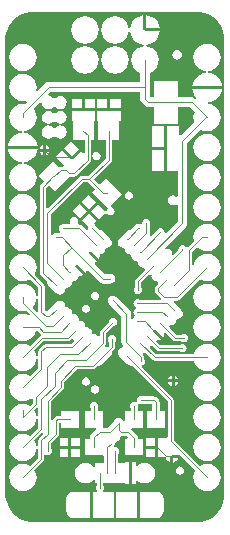
<source format=gtl>
G04*
G04 #@! TF.GenerationSoftware,Altium Limited,Altium Designer,19.1.8 (144)*
G04*
G04 Layer_Physical_Order=1*
G04 Layer_Color=255*
%FSLAX44Y44*%
%MOMM*%
G71*
G01*
G75*
G36*
X162160Y423854D02*
X166321Y422131D01*
X170065Y419629D01*
X173249Y416445D01*
X175751Y412701D01*
X177474Y408540D01*
X178353Y404124D01*
Y401872D01*
Y15792D01*
Y13541D01*
X177474Y9125D01*
X175751Y4964D01*
X173249Y1220D01*
X170065Y-1964D01*
X166321Y-4466D01*
X162160Y-6189D01*
X157744Y-7067D01*
X17062D01*
X14686Y-7067D01*
X10024Y-6140D01*
X5633Y-4321D01*
X1681Y-1681D01*
X-1681Y1681D01*
X-4321Y5633D01*
X-6140Y10024D01*
X-7067Y14686D01*
Y17062D01*
X-7067D01*
Y401872D01*
Y404124D01*
X-6189Y408540D01*
X-4466Y412701D01*
X-1964Y416445D01*
X1220Y419629D01*
X4964Y422131D01*
X9125Y423854D01*
X13541Y424733D01*
X157744D01*
X162160Y423854D01*
D02*
G37*
%LPC*%
G36*
X112312Y422228D02*
Y411017D01*
X123524D01*
X123260Y413020D01*
X121996Y416071D01*
X119986Y418690D01*
X117367Y420700D01*
X114316Y421964D01*
X112312Y422228D01*
D02*
G37*
G36*
X109773D02*
X107769Y421964D01*
X104718Y420700D01*
X102099Y418690D01*
X100089Y416071D01*
X98825Y413020D01*
X98484Y410431D01*
X98471Y410326D01*
X97190D01*
X97176Y410431D01*
X96870Y412755D01*
X95709Y415558D01*
X93862Y417966D01*
X91454Y419813D01*
X88651Y420974D01*
X85642Y421370D01*
X82634Y420974D01*
X79831Y419813D01*
X77424Y417966D01*
X75576Y415558D01*
X74415Y412755D01*
X74019Y409747D01*
X74415Y406738D01*
X75576Y403935D01*
X77424Y401527D01*
X79831Y399680D01*
X82634Y398519D01*
X85642Y398123D01*
X88651Y398519D01*
X91454Y399680D01*
X93862Y401527D01*
X95709Y403935D01*
X96870Y406738D01*
X97176Y409062D01*
X97190Y409167D01*
X98471D01*
X98484Y409062D01*
X98825Y406473D01*
X100089Y403422D01*
X102099Y400803D01*
X104718Y398793D01*
X107769Y397529D01*
X110358Y397188D01*
X110463Y397175D01*
Y395894D01*
X110358Y395880D01*
X108034Y395574D01*
X105231Y394413D01*
X102823Y392565D01*
X100976Y390158D01*
X99815Y387355D01*
X99419Y384347D01*
X99815Y381338D01*
X100976Y378535D01*
X102823Y376128D01*
X105231Y374280D01*
X106899Y373589D01*
Y365673D01*
X29678D01*
X28093Y365358D01*
X26748Y364460D01*
X20154Y357865D01*
X18951Y358459D01*
X19288Y361016D01*
X18892Y364025D01*
X17731Y366828D01*
X15884Y369235D01*
X13476Y371082D01*
X10673Y372243D01*
X7664Y372640D01*
X4656Y372243D01*
X1853Y371082D01*
X-554Y369235D01*
X-2402Y366828D01*
X-3563Y364025D01*
X-3959Y361016D01*
X-3563Y358008D01*
X-2402Y355204D01*
X-554Y352797D01*
X1853Y350950D01*
X4656Y349789D01*
X7664Y349393D01*
X10222Y349729D01*
X10815Y348526D01*
X9312Y347023D01*
X7664Y347239D01*
X4656Y346843D01*
X1853Y345682D01*
X-554Y343835D01*
X-2402Y341428D01*
X-3563Y338624D01*
X-3959Y335616D01*
X-3563Y332608D01*
X-2402Y329804D01*
X-554Y327397D01*
X1853Y325550D01*
X4656Y324389D01*
X6980Y324083D01*
X7085Y324069D01*
Y322788D01*
X6980Y322774D01*
X4391Y322433D01*
X1340Y321170D01*
X-1279Y319160D01*
X-3289Y316540D01*
X-4553Y313490D01*
X-4816Y311486D01*
X7664D01*
X20145D01*
X19882Y313490D01*
X18618Y316540D01*
X16608Y319160D01*
X13989Y321170D01*
X10938Y322433D01*
X8349Y322774D01*
X8244Y322788D01*
Y324069D01*
X8349Y324083D01*
X10673Y324389D01*
X13476Y325550D01*
X15884Y327397D01*
X17731Y329804D01*
X18892Y332608D01*
X19288Y335616D01*
X18892Y338624D01*
X17731Y341428D01*
X16735Y342726D01*
X22532Y348523D01*
X23765Y347960D01*
X24119Y346177D01*
X25340Y344350D01*
X27167Y343129D01*
X29323Y342700D01*
X31478Y343129D01*
X33305Y344350D01*
X33688Y344922D01*
X34958D01*
X35340Y344350D01*
X37167Y343129D01*
X39323Y342700D01*
X41478Y343129D01*
X43305Y344350D01*
X44526Y346177D01*
X44955Y348332D01*
X44526Y350488D01*
X43305Y352315D01*
X41478Y353536D01*
X39323Y353965D01*
X37167Y353536D01*
X35340Y352315D01*
X34958Y351743D01*
X33688D01*
X33305Y352315D01*
X31478Y353536D01*
X29695Y353890D01*
X29131Y355123D01*
X31395Y357386D01*
X106899D01*
Y351508D01*
X107214Y349923D01*
X108112Y348578D01*
X111088Y345602D01*
X112433Y344704D01*
X114018Y344389D01*
X118408D01*
Y330499D01*
X139236D01*
Y344389D01*
X148988D01*
X153084Y340293D01*
X152393Y338624D01*
X151997Y335616D01*
X152393Y332608D01*
X152781Y331673D01*
X141426Y320318D01*
X140253Y320804D01*
Y328063D01*
X130092D01*
Y309013D01*
Y289963D01*
X138649D01*
Y269111D01*
X138173Y268792D01*
X137379Y268549D01*
X136250Y269303D01*
X134664Y269618D01*
X133079Y269303D01*
X131735Y268405D01*
X130836Y267060D01*
X130521Y265474D01*
X130836Y263889D01*
X131735Y262544D01*
X133079Y261646D01*
X134664Y261331D01*
X136250Y261646D01*
X137379Y262400D01*
X138173Y262157D01*
X138649Y261838D01*
Y247701D01*
X128853Y237906D01*
X127676Y238498D01*
X127410Y239836D01*
X126652Y240970D01*
X125518Y241728D01*
X124180Y241994D01*
X122842Y241728D01*
X121708Y240970D01*
X116038Y235300D01*
X115051Y236110D01*
X115441Y236693D01*
X115707Y238031D01*
Y246535D01*
X115441Y247873D01*
X114683Y249007D01*
X113549Y249765D01*
X112211Y250031D01*
X110873Y249765D01*
X109739Y249007D01*
X108981Y247873D01*
X108715Y246535D01*
Y245896D01*
X107445Y245217D01*
X107168Y245403D01*
X105830Y245669D01*
X105441D01*
X105441Y245669D01*
X104103Y245403D01*
X102969Y244645D01*
X99025Y240700D01*
X97587Y240414D01*
X96173Y239470D01*
X89455Y232752D01*
X88511Y231338D01*
X88179Y229671D01*
X88511Y228003D01*
X89455Y226589D01*
X90869Y225645D01*
X92537Y225313D01*
X93038Y225413D01*
X93936Y224515D01*
X93836Y224014D01*
X94168Y222346D01*
X95112Y220932D01*
X96526Y219988D01*
X98194Y219656D01*
X98694Y219755D01*
X99592Y218857D01*
X99493Y218357D01*
X99824Y216689D01*
X100769Y215276D01*
X102183Y214331D01*
X103850Y213999D01*
X104351Y214099D01*
X105249Y213201D01*
X105150Y212700D01*
X105482Y211032D01*
X106426Y209619D01*
X107840Y208674D01*
X109508Y208342D01*
X109806Y208402D01*
X110777Y207545D01*
X110783Y206325D01*
X103195Y198737D01*
X102634Y197897D01*
X102437Y196906D01*
Y192079D01*
X101797Y191120D01*
X101531Y189783D01*
X101797Y188445D01*
X102555Y187310D01*
X103689Y186552D01*
X105027Y186286D01*
X106365Y186552D01*
X107499Y187310D01*
X108257Y188445D01*
X108523Y189783D01*
X108257Y191120D01*
X107616Y192079D01*
Y195833D01*
X114584Y202801D01*
X115164Y202686D01*
X115665Y202785D01*
X116563Y201887D01*
X116463Y201386D01*
X116795Y199719D01*
X117740Y198305D01*
X119153Y197360D01*
X120821Y197029D01*
X121120Y197088D01*
X122091Y196231D01*
X122097Y195011D01*
X120068Y192982D01*
X119506Y192142D01*
X119309Y191151D01*
Y188553D01*
X119506Y187562D01*
X120068Y186722D01*
X124578Y182212D01*
X124051Y180942D01*
X106989D01*
X106030Y181583D01*
X104692Y181849D01*
X103355Y181583D01*
X102220Y180825D01*
X101462Y179690D01*
X101196Y178353D01*
X101462Y177015D01*
X102220Y175880D01*
X103199Y175226D01*
X103283Y174543D01*
X103199Y173859D01*
X102220Y173205D01*
X101462Y172070D01*
X101196Y170732D01*
X101462Y169395D01*
X102220Y168260D01*
X102165Y166770D01*
X101488Y166317D01*
X100505Y164847D01*
X100502Y164832D01*
X99232Y164957D01*
Y169477D01*
X99232Y169477D01*
X98917Y171063D01*
X98019Y172407D01*
X86795Y183631D01*
X85450Y184530D01*
X83864Y184845D01*
X82279Y184530D01*
X80934Y183631D01*
X80036Y182287D01*
X79721Y180702D01*
X80036Y179116D01*
X80934Y177771D01*
X90945Y167761D01*
Y145562D01*
X91260Y143976D01*
X92159Y142632D01*
X92554Y142237D01*
X92048Y140947D01*
X90869Y140712D01*
X89455Y139768D01*
X88511Y138354D01*
X88179Y136686D01*
X88511Y135019D01*
X89455Y133605D01*
X96173Y126887D01*
X97587Y125943D01*
X99254Y125611D01*
X99834Y125726D01*
X130117Y95443D01*
Y65497D01*
X129230Y64594D01*
X128847Y64594D01*
X121711D01*
Y56554D01*
Y48514D01*
X128551D01*
X128723Y48305D01*
X129117Y46322D01*
X130240Y44642D01*
X131920Y43519D01*
X132633Y43378D01*
Y48305D01*
X133903D01*
Y49574D01*
X138829D01*
X138688Y50287D01*
X138680Y50298D01*
X139667Y51107D01*
X153811Y36963D01*
X153554Y36628D01*
X152393Y33825D01*
X151997Y30816D01*
X152393Y27808D01*
X153554Y25004D01*
X155401Y22597D01*
X157809Y20750D01*
X160612Y19589D01*
X163620Y19193D01*
X166629Y19589D01*
X169432Y20750D01*
X171840Y22597D01*
X173687Y25004D01*
X174848Y27808D01*
X175244Y30816D01*
X174848Y33825D01*
X173687Y36628D01*
X171840Y39035D01*
X169432Y40882D01*
X166629Y42043D01*
X163620Y42439D01*
X160612Y42043D01*
X157809Y40882D01*
X157474Y40625D01*
X135297Y62802D01*
Y96516D01*
X135100Y97507D01*
X134538Y98348D01*
X108477Y124409D01*
X108895Y125787D01*
X109205Y125849D01*
X110340Y126606D01*
X111098Y127741D01*
X111364Y129079D01*
X111098Y130416D01*
X110340Y131551D01*
X110117Y131699D01*
Y133009D01*
X109920Y134000D01*
X109359Y134840D01*
X109154Y135045D01*
X109269Y135626D01*
X109210Y135925D01*
X110067Y136895D01*
X111287Y136901D01*
X117603Y130585D01*
X118443Y130023D01*
X119434Y129826D01*
X152338D01*
X152393Y129408D01*
X153554Y126604D01*
X155401Y124197D01*
X157809Y122350D01*
X160612Y121189D01*
X163620Y120793D01*
X166629Y121189D01*
X169432Y122350D01*
X171840Y124197D01*
X173687Y126604D01*
X174848Y129408D01*
X175244Y132416D01*
X174848Y135424D01*
X173687Y138228D01*
X171840Y140635D01*
X169432Y142482D01*
X166629Y143644D01*
X163620Y144039D01*
X160612Y143644D01*
X157809Y142482D01*
X155401Y140635D01*
X153554Y138228D01*
X152393Y135424D01*
X152338Y135006D01*
X120507D01*
X114810Y140702D01*
X114926Y141282D01*
X114866Y141582D01*
X115723Y142553D01*
X116943Y142559D01*
X121081Y138421D01*
X121921Y137860D01*
X122912Y137663D01*
X140496D01*
X141455Y137022D01*
X142793Y136756D01*
X144130Y137022D01*
X145265Y137780D01*
X146023Y138915D01*
X146289Y140253D01*
X146023Y141590D01*
X145265Y142725D01*
X144130Y143483D01*
X142793Y143749D01*
X141455Y143483D01*
X140496Y142842D01*
X123985D01*
X120681Y146146D01*
X121145Y147349D01*
X121882Y147202D01*
X123946Y147613D01*
X124619Y148063D01*
X117625Y155057D01*
X119421Y156853D01*
X126415Y149859D01*
X126865Y150532D01*
X127275Y152596D01*
X127128Y153336D01*
X128331Y153798D01*
X134915Y147214D01*
X135755Y146653D01*
X136746Y146456D01*
X141749D01*
X142708Y145816D01*
X144046Y145550D01*
X145384Y145816D01*
X146518Y146574D01*
X147276Y147708D01*
X147542Y149046D01*
X147276Y150384D01*
X146518Y151518D01*
X145384Y152276D01*
X144046Y152542D01*
X142708Y152276D01*
X141749Y151636D01*
X137819D01*
X131781Y157673D01*
X131896Y158253D01*
X131797Y158753D01*
X132695Y159651D01*
X133195Y159552D01*
X134863Y159884D01*
X136277Y160828D01*
X137221Y162242D01*
X137553Y163910D01*
X137453Y164411D01*
X138351Y165309D01*
X138852Y165209D01*
X140520Y165541D01*
X141934Y166485D01*
X142878Y167899D01*
X143210Y169567D01*
X142878Y171234D01*
X141934Y172648D01*
X135225Y179356D01*
X135226Y179396D01*
X135615Y180626D01*
X138221D01*
X139212Y180823D01*
X140052Y181385D01*
X157474Y198807D01*
X157809Y198550D01*
X160612Y197389D01*
X163620Y196993D01*
X166629Y197389D01*
X169432Y198550D01*
X171840Y200397D01*
X173687Y202804D01*
X174848Y205608D01*
X175244Y208616D01*
X174848Y211625D01*
X173687Y214428D01*
X171840Y216835D01*
X169432Y218682D01*
X166629Y219844D01*
X163620Y220240D01*
X160612Y219844D01*
X157809Y218682D01*
X155401Y216835D01*
X153554Y214428D01*
X152393Y211625D01*
X152113Y209499D01*
X150843Y209582D01*
Y221968D01*
X154717Y225842D01*
X155401Y225797D01*
X157809Y223950D01*
X160612Y222789D01*
X163620Y222393D01*
X166629Y222789D01*
X169432Y223950D01*
X171840Y225797D01*
X173687Y228204D01*
X174848Y231008D01*
X175244Y234016D01*
X174848Y237024D01*
X173687Y239828D01*
X171840Y242235D01*
X169432Y244082D01*
X166629Y245243D01*
X163620Y245639D01*
X160612Y245243D01*
X157809Y244082D01*
X155401Y242235D01*
X153554Y239828D01*
X152393Y237024D01*
X151997Y234016D01*
X152393Y231008D01*
X152442Y230891D01*
X147234Y225683D01*
X147066Y225642D01*
X145668Y225914D01*
X145265Y226518D01*
X144130Y227276D01*
X142793Y227542D01*
X141455Y227276D01*
X140320Y226518D01*
X139563Y225384D01*
X139296Y224046D01*
X139354Y223753D01*
X135131Y219530D01*
X133961Y220156D01*
X133982Y220263D01*
X133667Y221848D01*
X132768Y223193D01*
X131424Y224091D01*
X129838Y224406D01*
X128629Y224165D01*
X128001Y225334D01*
X145723Y243055D01*
X146621Y244399D01*
X146936Y245985D01*
Y314108D01*
X158211Y325383D01*
X160612Y324389D01*
X163620Y323993D01*
X166629Y324389D01*
X169432Y325550D01*
X171840Y327397D01*
X173687Y329804D01*
X174848Y332608D01*
X175244Y335616D01*
X174848Y338624D01*
X173687Y341428D01*
X171840Y343835D01*
X169432Y345682D01*
X166629Y346843D01*
X164305Y347149D01*
X164200Y347163D01*
Y348444D01*
X164305Y348458D01*
X166894Y348799D01*
X169945Y350062D01*
X172564Y352072D01*
X174574Y354692D01*
X175838Y357743D01*
X176101Y359746D01*
X163620D01*
X151139D01*
X151403Y357743D01*
X152667Y354692D01*
X154329Y352525D01*
X153449Y351586D01*
X152290Y352361D01*
X150704Y352676D01*
X139236D01*
Y366567D01*
X118408D01*
Y352676D01*
X115735D01*
X115186Y353225D01*
Y361530D01*
Y373589D01*
X116854Y374280D01*
X119262Y376128D01*
X121109Y378535D01*
X122270Y381338D01*
X122666Y384347D01*
X122270Y387355D01*
X121109Y390158D01*
X119262Y392565D01*
X116854Y394413D01*
X114051Y395574D01*
X111727Y395880D01*
X111622Y395894D01*
Y397175D01*
X111727Y397188D01*
X114316Y397529D01*
X117367Y398793D01*
X119986Y400803D01*
X121996Y403422D01*
X123260Y406473D01*
X123524Y408476D01*
X111042D01*
Y409747D01*
X109773D01*
Y422228D01*
D02*
G37*
G36*
X60243Y421370D02*
X57234Y420974D01*
X54431Y419813D01*
X52024Y417966D01*
X50176Y415558D01*
X49015Y412755D01*
X48619Y409747D01*
X49015Y406738D01*
X50176Y403935D01*
X52024Y401527D01*
X54431Y399680D01*
X57234Y398519D01*
X60243Y398123D01*
X63251Y398519D01*
X66054Y399680D01*
X68461Y401527D01*
X70309Y403935D01*
X71470Y406738D01*
X71866Y409747D01*
X71470Y412755D01*
X70309Y415558D01*
X68461Y417966D01*
X66054Y419813D01*
X63251Y420974D01*
X60243Y421370D01*
D02*
G37*
G36*
X138177Y392931D02*
X136591Y392616D01*
X135247Y391718D01*
X134349Y390373D01*
X134033Y388788D01*
X134349Y387202D01*
X135247Y385858D01*
X136591Y384959D01*
X138177Y384644D01*
X139763Y384959D01*
X141107Y385858D01*
X142005Y387202D01*
X142321Y388788D01*
X142005Y390373D01*
X141107Y391718D01*
X139763Y392616D01*
X138177Y392931D01*
D02*
G37*
G36*
X7664Y398040D02*
X4656Y397644D01*
X1853Y396482D01*
X-554Y394635D01*
X-2402Y392228D01*
X-3563Y389425D01*
X-3959Y386416D01*
X-3563Y383408D01*
X-2402Y380604D01*
X-554Y378197D01*
X1853Y376350D01*
X4656Y375189D01*
X7664Y374793D01*
X10673Y375189D01*
X13476Y376350D01*
X15884Y378197D01*
X17731Y380604D01*
X18892Y383408D01*
X19288Y386416D01*
X18892Y389425D01*
X17731Y392228D01*
X15884Y394635D01*
X13476Y396482D01*
X10673Y397644D01*
X7664Y398040D01*
D02*
G37*
G36*
X85642Y395970D02*
X82634Y395574D01*
X79831Y394413D01*
X77424Y392565D01*
X75576Y390158D01*
X74415Y387355D01*
X74019Y384347D01*
X74415Y381338D01*
X75576Y378535D01*
X77424Y376128D01*
X79831Y374280D01*
X82634Y373119D01*
X85642Y372723D01*
X88651Y373119D01*
X91454Y374280D01*
X93862Y376128D01*
X95709Y378535D01*
X96870Y381338D01*
X97266Y384347D01*
X96870Y387355D01*
X95709Y390158D01*
X93862Y392565D01*
X91454Y394413D01*
X88651Y395574D01*
X85642Y395970D01*
D02*
G37*
G36*
X60243D02*
X57234Y395574D01*
X54431Y394413D01*
X52024Y392565D01*
X50176Y390158D01*
X49015Y387355D01*
X48619Y384347D01*
X49015Y381338D01*
X50176Y378535D01*
X52024Y376128D01*
X54431Y374280D01*
X57234Y373119D01*
X60243Y372723D01*
X63251Y373119D01*
X66054Y374280D01*
X68461Y376128D01*
X70309Y378535D01*
X71470Y381338D01*
X71866Y384347D01*
X71470Y387355D01*
X70309Y390158D01*
X68461Y392565D01*
X66054Y394413D01*
X63251Y395574D01*
X60243Y395970D01*
D02*
G37*
G36*
X163620Y398040D02*
X160612Y397644D01*
X157809Y396482D01*
X155401Y394635D01*
X153554Y392228D01*
X152393Y389425D01*
X151997Y386416D01*
X152393Y383408D01*
X153554Y380604D01*
X155401Y378197D01*
X157809Y376350D01*
X160612Y375189D01*
X162936Y374883D01*
X163041Y374869D01*
Y373588D01*
X162936Y373574D01*
X160347Y373233D01*
X157296Y371970D01*
X154677Y369960D01*
X152667Y367340D01*
X151403Y364290D01*
X151139Y362286D01*
X163620D01*
X176101D01*
X175838Y364290D01*
X174574Y367340D01*
X172564Y369960D01*
X169945Y371970D01*
X166894Y373233D01*
X164305Y373574D01*
X164200Y373588D01*
Y374869D01*
X164305Y374883D01*
X166629Y375189D01*
X169432Y376350D01*
X171840Y378197D01*
X173687Y380604D01*
X174848Y383408D01*
X175244Y386416D01*
X174848Y389425D01*
X173687Y392228D01*
X171840Y394635D01*
X169432Y396482D01*
X166629Y397644D01*
X163620Y398040D01*
D02*
G37*
G36*
X90460Y351082D02*
X81690D01*
Y343312D01*
X90460D01*
Y351082D01*
D02*
G37*
G36*
X79150D02*
X70380D01*
Y343312D01*
X79150D01*
Y351082D01*
D02*
G37*
G36*
X69012D02*
X60243D01*
Y343312D01*
X69012D01*
Y351082D01*
D02*
G37*
G36*
X57702D02*
X48932D01*
Y343312D01*
X57702D01*
Y351082D01*
D02*
G37*
G36*
X39323Y341465D02*
X37167Y341036D01*
X35340Y339815D01*
X34958Y339243D01*
X33688D01*
X33305Y339815D01*
X31478Y341036D01*
X29323Y341465D01*
X27167Y341036D01*
X25340Y339815D01*
X24119Y337988D01*
X23690Y335832D01*
X24119Y333677D01*
X25340Y331850D01*
X27167Y330629D01*
X29323Y330200D01*
X31478Y330629D01*
X33305Y331850D01*
X33688Y332422D01*
X34958D01*
X35340Y331850D01*
X37167Y330629D01*
X39323Y330200D01*
X41478Y330629D01*
X43305Y331850D01*
X44526Y333677D01*
X44955Y335832D01*
X44526Y337988D01*
X43305Y339815D01*
X41478Y341036D01*
X39323Y341465D01*
D02*
G37*
G36*
Y328965D02*
X37167Y328536D01*
X35340Y327315D01*
X34958Y326743D01*
X33688D01*
X33305Y327315D01*
X31478Y328536D01*
X29323Y328965D01*
X27167Y328536D01*
X25340Y327315D01*
X24119Y325488D01*
X23690Y323333D01*
X24119Y321177D01*
X25340Y319350D01*
X27167Y318129D01*
X29323Y317700D01*
X31478Y318129D01*
X33305Y319350D01*
X33688Y319922D01*
X34958D01*
X35340Y319350D01*
X37167Y318129D01*
X39323Y317700D01*
X41478Y318129D01*
X43305Y319350D01*
X44526Y321177D01*
X44955Y323333D01*
X44526Y325488D01*
X43305Y327315D01*
X41478Y328536D01*
X39323Y328965D01*
D02*
G37*
G36*
X127552Y328063D02*
X117393D01*
Y310283D01*
X127552D01*
Y328063D01*
D02*
G37*
G36*
X27222Y312172D02*
Y309163D01*
X30232D01*
X30140Y309627D01*
X29157Y311097D01*
X27687Y312080D01*
X27222Y312172D01*
D02*
G37*
G36*
X24683D02*
X24218Y312080D01*
X22748Y311097D01*
X21765Y309627D01*
X21673Y309163D01*
X24683D01*
Y312172D01*
D02*
G37*
G36*
X30232Y306623D02*
X27222D01*
Y303613D01*
X27687Y303705D01*
X29157Y304688D01*
X30140Y306158D01*
X30232Y306623D01*
D02*
G37*
G36*
X24683D02*
X21673D01*
X21765Y306158D01*
X22748Y304688D01*
X24218Y303705D01*
X24683Y303613D01*
Y306623D01*
D02*
G37*
G36*
X48675Y315550D02*
X42828Y309702D01*
X49383Y303147D01*
X55230Y308995D01*
X48675Y315550D01*
D02*
G37*
G36*
X69894Y306563D02*
X68557Y306297D01*
X67422Y305539D01*
X66665Y304404D01*
X66398Y303067D01*
X66665Y301729D01*
X67422Y300594D01*
X68557Y299837D01*
X69894Y299570D01*
X71232Y299837D01*
X72367Y300594D01*
X73124Y301729D01*
X73391Y303067D01*
X73124Y304404D01*
X72367Y305539D01*
X71232Y306297D01*
X69894Y306563D01*
D02*
G37*
G36*
X163620Y321839D02*
X160612Y321443D01*
X157809Y320282D01*
X155401Y318435D01*
X153554Y316028D01*
X152393Y313225D01*
X151997Y310216D01*
X152393Y307208D01*
X153554Y304404D01*
X155401Y301997D01*
X157809Y300150D01*
X160612Y298989D01*
X163620Y298593D01*
X166629Y298989D01*
X169432Y300150D01*
X171840Y301997D01*
X173687Y304404D01*
X174848Y307208D01*
X175244Y310216D01*
X174848Y313225D01*
X173687Y316028D01*
X171840Y318435D01*
X169432Y320282D01*
X166629Y321443D01*
X163620Y321839D01*
D02*
G37*
G36*
X127552Y307743D02*
X117393D01*
Y289963D01*
X127552D01*
Y307743D01*
D02*
G37*
G36*
X90460Y340772D02*
X70380D01*
Y333180D01*
X70380Y333180D01*
Y333002D01*
X71396Y332389D01*
X71396Y331732D01*
Y316519D01*
X77830D01*
Y300854D01*
X62980Y286003D01*
X57354D01*
X56362Y285806D01*
X55522Y285245D01*
X28700Y258422D01*
X27526Y258908D01*
Y276086D01*
X29503Y278063D01*
X34534Y273033D01*
X46588Y285087D01*
X46588D01*
X47640Y285615D01*
X51142D01*
X52133Y285812D01*
X52973Y286373D01*
X64360Y297761D01*
X64922Y298601D01*
X65119Y299592D01*
Y316519D01*
X67997D01*
X67997Y332389D01*
X69013Y333002D01*
X69012Y333180D01*
X69012Y333180D01*
Y340772D01*
X48932D01*
Y333180D01*
X48932Y333180D01*
Y333002D01*
X49949Y332389D01*
X49949Y331732D01*
Y316519D01*
X59939D01*
Y305945D01*
X58766Y305459D01*
X57026Y307199D01*
X50280Y300453D01*
X49383Y301351D01*
X48485Y300453D01*
X41032Y307906D01*
X35184Y302058D01*
X42096Y295146D01*
X41610Y293972D01*
X39922D01*
X38931Y293775D01*
X38314Y293362D01*
X33119Y298556D01*
X21065Y286502D01*
X25841Y281725D01*
X23105Y278990D01*
X22544Y278150D01*
X22347Y277159D01*
Y204286D01*
X22544Y203295D01*
X23105Y202455D01*
X28190Y197370D01*
X28075Y196790D01*
X28407Y195123D01*
X29351Y193709D01*
X36069Y186991D01*
X37483Y186047D01*
X39150Y185715D01*
X40818Y186047D01*
X42232Y186991D01*
X43176Y188405D01*
X43508Y190073D01*
X43408Y190574D01*
X44306Y191472D01*
X44807Y191372D01*
X46475Y191704D01*
X47889Y192648D01*
X48833Y194062D01*
X49165Y195730D01*
X49065Y196230D01*
X49963Y197128D01*
X50464Y197029D01*
X52132Y197360D01*
X53545Y198305D01*
X54490Y199719D01*
X54822Y201386D01*
X55257Y201822D01*
X56121Y201650D01*
X58185Y202060D01*
X58858Y202510D01*
X51864Y209504D01*
X53660Y211300D01*
X60654Y204306D01*
X61104Y204979D01*
X61227Y205595D01*
X62604Y206013D01*
X72621Y195996D01*
X73965Y195098D01*
X75551Y194783D01*
X81833D01*
X83418Y195098D01*
X84762Y195996D01*
X85661Y197341D01*
X85976Y198927D01*
X85661Y200512D01*
X84762Y201856D01*
X83418Y202755D01*
X81833Y203070D01*
X77267D01*
X68464Y211873D01*
X68882Y213251D01*
X69499Y213374D01*
X70172Y213824D01*
X63178Y220818D01*
X64974Y222614D01*
X71968Y215620D01*
X72418Y216293D01*
X72828Y218357D01*
X72656Y219221D01*
X73091Y219656D01*
X74759Y219988D01*
X76173Y220932D01*
X77117Y222346D01*
X77449Y224014D01*
X77349Y224515D01*
X78247Y225413D01*
X78748Y225313D01*
X80416Y225645D01*
X81830Y226589D01*
X82774Y228003D01*
X83106Y229671D01*
X82774Y231338D01*
X81830Y232752D01*
X75112Y239470D01*
X73698Y240414D01*
X72429Y240667D01*
X68451Y244645D01*
X68401Y244678D01*
X68276Y245942D01*
X70080Y247745D01*
X63525Y254300D01*
X57677Y248452D01*
X62727Y243402D01*
X62482Y242173D01*
X62748Y240835D01*
X63141Y240247D01*
X62155Y239437D01*
X57339Y244253D01*
X56205Y245011D01*
X54866Y245277D01*
X54740D01*
X54062Y246547D01*
X54226Y246793D01*
X54492Y248131D01*
X54226Y249469D01*
X53468Y250603D01*
X52334Y251361D01*
X50996Y251627D01*
X49658Y251361D01*
X48524Y250603D01*
X47766Y249469D01*
X47500Y248131D01*
X47766Y246793D01*
X47930Y246547D01*
X47251Y245277D01*
X41448D01*
X40111Y245011D01*
X38976Y244253D01*
X38219Y243119D01*
X37952Y241781D01*
X38219Y240443D01*
X38867Y239473D01*
X38680Y238789D01*
X38346Y238203D01*
X35791D01*
X34206Y237887D01*
X32861Y236989D01*
X32352Y236227D01*
X31082Y236612D01*
Y253480D01*
X58426Y280824D01*
X62980D01*
X68882Y274922D01*
X66319Y272359D01*
X79189Y259490D01*
X79406Y259272D01*
X79360Y258803D01*
X78602Y257668D01*
X78376Y256532D01*
X77828Y256222D01*
X77744Y256175D01*
X77106Y256007D01*
X76996Y256116D01*
X71168Y261944D01*
X65321Y256096D01*
X71876Y249541D01*
X77081Y254747D01*
X77311Y254977D01*
X77311D01*
X78013Y254932D01*
X79089Y254264D01*
X79360Y253858D01*
X80495Y253100D01*
X81833Y252834D01*
X83170Y253100D01*
X84305Y253858D01*
X85063Y254993D01*
X85329Y256331D01*
X85063Y257668D01*
X84305Y258803D01*
X83170Y259561D01*
X82406Y259713D01*
X81943Y261045D01*
X91843Y270945D01*
X78374Y284414D01*
X72544Y278584D01*
X67715Y283414D01*
X82251Y297950D01*
X82812Y298790D01*
X83010Y299781D01*
Y316519D01*
X89444D01*
X89444Y332389D01*
X90460Y333002D01*
X90460Y333180D01*
X90460Y333180D01*
Y340772D01*
D02*
G37*
G36*
X163620Y296439D02*
X160612Y296043D01*
X157809Y294882D01*
X155401Y293035D01*
X153554Y290628D01*
X152393Y287824D01*
X151997Y284816D01*
X152393Y281808D01*
X153554Y279004D01*
X155401Y276597D01*
X157809Y274750D01*
X160612Y273589D01*
X163620Y273193D01*
X166629Y273589D01*
X169432Y274750D01*
X171840Y276597D01*
X173687Y279004D01*
X174848Y281808D01*
X175244Y284816D01*
X174848Y287824D01*
X173687Y290628D01*
X171840Y293035D01*
X169432Y294882D01*
X166629Y296043D01*
X163620Y296439D01*
D02*
G37*
G36*
X20145Y308946D02*
X7664D01*
X-4816D01*
X-4553Y306943D01*
X-3289Y303892D01*
X-1279Y301272D01*
X1340Y299262D01*
X4391Y297999D01*
X6980Y297658D01*
X7085Y297644D01*
Y296363D01*
X6980Y296349D01*
X4656Y296043D01*
X1853Y294882D01*
X-554Y293035D01*
X-2402Y290628D01*
X-3563Y287824D01*
X-3959Y284816D01*
X-3563Y281808D01*
X-2402Y279004D01*
X-554Y276597D01*
X1853Y274750D01*
X4656Y273589D01*
X7664Y273193D01*
X10673Y273589D01*
X13476Y274750D01*
X15884Y276597D01*
X17731Y279004D01*
X18892Y281808D01*
X19288Y284816D01*
X18892Y287824D01*
X17731Y290628D01*
X15884Y293035D01*
X13476Y294882D01*
X10673Y296043D01*
X8349Y296349D01*
X8244Y296363D01*
Y297644D01*
X8349Y297658D01*
X10938Y297999D01*
X13989Y299262D01*
X16608Y301272D01*
X18618Y303892D01*
X19882Y306943D01*
X20145Y308946D01*
D02*
G37*
G36*
X97326Y273035D02*
X95989Y272768D01*
X94854Y272011D01*
X94096Y270876D01*
X93830Y269538D01*
X94096Y268201D01*
X94854Y267066D01*
X95989Y266308D01*
X97326Y266042D01*
X98664Y266308D01*
X99799Y267066D01*
X100556Y268201D01*
X100823Y269538D01*
X100556Y270876D01*
X99799Y272011D01*
X98664Y272768D01*
X97326Y273035D01*
D02*
G37*
G36*
X62818Y270295D02*
X56970Y264447D01*
X63525Y257892D01*
X69373Y263740D01*
X62818Y270295D01*
D02*
G37*
G36*
X55174Y262651D02*
X49326Y256803D01*
X55881Y250249D01*
X61729Y256096D01*
X55174Y262651D01*
D02*
G37*
G36*
X163620Y271040D02*
X160612Y270644D01*
X157809Y269482D01*
X155401Y267635D01*
X153554Y265228D01*
X152393Y262425D01*
X151997Y259416D01*
X152393Y256408D01*
X153554Y253604D01*
X155401Y251197D01*
X157809Y249350D01*
X160612Y248189D01*
X163620Y247793D01*
X166629Y248189D01*
X169432Y249350D01*
X171840Y251197D01*
X173687Y253604D01*
X174848Y256408D01*
X175244Y259416D01*
X174848Y262425D01*
X173687Y265228D01*
X171840Y267635D01*
X169432Y269482D01*
X166629Y270644D01*
X163620Y271040D01*
D02*
G37*
G36*
X7664D02*
X4656Y270644D01*
X1853Y269482D01*
X-554Y267635D01*
X-2402Y265228D01*
X-3563Y262425D01*
X-3959Y259416D01*
X-3563Y256408D01*
X-2402Y253604D01*
X-554Y251197D01*
X1853Y249350D01*
X4656Y248189D01*
X7664Y247793D01*
X10673Y248189D01*
X13476Y249350D01*
X15884Y251197D01*
X17731Y253604D01*
X18892Y256408D01*
X19288Y259416D01*
X18892Y262425D01*
X17731Y265228D01*
X15884Y267635D01*
X13476Y269482D01*
X10673Y270644D01*
X7664Y271040D01*
D02*
G37*
G36*
Y245639D02*
X4656Y245243D01*
X1853Y244082D01*
X-554Y242235D01*
X-2402Y239828D01*
X-3563Y237024D01*
X-3959Y234016D01*
X-3563Y231008D01*
X-2402Y228204D01*
X-554Y225797D01*
X1853Y223950D01*
X4656Y222789D01*
X7664Y222393D01*
X10673Y222789D01*
X13476Y223950D01*
X15884Y225797D01*
X17731Y228204D01*
X18892Y231008D01*
X19288Y234016D01*
X18892Y237024D01*
X17731Y239828D01*
X15884Y242235D01*
X13476Y244082D01*
X10673Y245243D01*
X7664Y245639D01*
D02*
G37*
G36*
X68878Y188199D02*
X67541Y187932D01*
X66406Y187175D01*
X65648Y186040D01*
X65382Y184702D01*
X65648Y183365D01*
X66406Y182230D01*
X67541Y181472D01*
X68878Y181206D01*
X70216Y181472D01*
X71351Y182230D01*
X72108Y183365D01*
X72375Y184702D01*
X72108Y186040D01*
X71351Y187175D01*
X70216Y187932D01*
X68878Y188199D01*
D02*
G37*
G36*
X163620Y194839D02*
X160612Y194443D01*
X157809Y193282D01*
X155401Y191435D01*
X153554Y189028D01*
X152393Y186224D01*
X151997Y183216D01*
X152393Y180208D01*
X153554Y177404D01*
X155401Y174997D01*
X157809Y173150D01*
X160612Y171989D01*
X163620Y171593D01*
X166629Y171989D01*
X169432Y173150D01*
X171840Y174997D01*
X173687Y177404D01*
X174848Y180208D01*
X175244Y183216D01*
X174848Y186224D01*
X173687Y189028D01*
X171840Y191435D01*
X169432Y193282D01*
X166629Y194443D01*
X163620Y194839D01*
D02*
G37*
G36*
X7664Y220240D02*
X4656Y219844D01*
X1853Y218682D01*
X-554Y216835D01*
X-2402Y214428D01*
X-3563Y211625D01*
X-3959Y208616D01*
X-3563Y205608D01*
X-2402Y202804D01*
X-554Y200397D01*
X1853Y198550D01*
X4656Y197389D01*
X7664Y196993D01*
X10673Y197389D01*
X13476Y198550D01*
X13811Y198807D01*
X20823Y191795D01*
Y171276D01*
X20635Y171112D01*
X19632Y170671D01*
X15848Y174455D01*
X15884Y174997D01*
X17731Y177404D01*
X18892Y180208D01*
X19288Y183216D01*
X18892Y186224D01*
X17731Y189028D01*
X15884Y191435D01*
X13476Y193282D01*
X10673Y194443D01*
X7664Y194839D01*
X4656Y194443D01*
X1853Y193282D01*
X-554Y191435D01*
X-2402Y189028D01*
X-3563Y186224D01*
X-3959Y183216D01*
X-3563Y180208D01*
X-2402Y177404D01*
X-554Y174997D01*
X1853Y173150D01*
X4656Y171989D01*
X7664Y171593D01*
X10673Y171989D01*
X10897Y172081D01*
X13894Y169084D01*
X13175Y168007D01*
X10673Y169044D01*
X7664Y169440D01*
X4656Y169044D01*
X1853Y167882D01*
X-554Y166035D01*
X-2402Y163628D01*
X-3563Y160825D01*
X-3959Y157816D01*
X-3563Y154808D01*
X-2402Y152004D01*
X-554Y149597D01*
X1853Y147750D01*
X4656Y146589D01*
X7664Y146193D01*
X10673Y146589D01*
X13476Y147750D01*
X15884Y149597D01*
X17731Y152004D01*
X18892Y154808D01*
X18903Y154893D01*
X20206Y155056D01*
X22870Y152391D01*
X22929Y152352D01*
X22925Y151735D01*
X22752Y150943D01*
X22080Y150494D01*
X13811Y142225D01*
X13476Y142482D01*
X10673Y143644D01*
X7664Y144039D01*
X4656Y143644D01*
X1853Y142482D01*
X-554Y140635D01*
X-2402Y138228D01*
X-3563Y135424D01*
X-3959Y132416D01*
X-3563Y129408D01*
X-2402Y126604D01*
X-554Y124197D01*
X1853Y122350D01*
X4656Y121189D01*
X7664Y120793D01*
X10673Y121189D01*
X13476Y122350D01*
X15884Y124197D01*
X17731Y126604D01*
X18892Y129408D01*
X19288Y132416D01*
X18892Y135424D01*
X17731Y138228D01*
X17474Y138563D01*
X24984Y146073D01*
X45470D01*
X46461Y146270D01*
X47301Y146831D01*
X48823Y148354D01*
X49403Y148238D01*
X49904Y148338D01*
X50802Y147440D01*
X50702Y146939D01*
X50818Y146359D01*
X48571Y144112D01*
X27222D01*
X26231Y143915D01*
X25391Y143354D01*
X21581Y139544D01*
X21020Y138704D01*
X20823Y137712D01*
Y123837D01*
X13811Y116825D01*
X13476Y117082D01*
X10673Y118244D01*
X7664Y118639D01*
X4656Y118244D01*
X1853Y117082D01*
X-554Y115235D01*
X-2402Y112828D01*
X-3563Y110024D01*
X-3959Y107016D01*
X-3563Y104008D01*
X-2402Y101204D01*
X-554Y98797D01*
X1853Y96950D01*
X4656Y95789D01*
X7664Y95393D01*
X10673Y95789D01*
X13476Y96950D01*
X14981Y98104D01*
X16251Y97478D01*
Y93865D01*
X13811Y91425D01*
X13476Y91682D01*
X10673Y92844D01*
X7664Y93239D01*
X4656Y92844D01*
X1853Y91682D01*
X-554Y89835D01*
X-2402Y87428D01*
X-3563Y84625D01*
X-3959Y81616D01*
X-3563Y78608D01*
X-2402Y75804D01*
X-554Y73397D01*
X1853Y71550D01*
X4656Y70389D01*
X7664Y69993D01*
X10673Y70389D01*
X13476Y71550D01*
X15884Y73397D01*
X17731Y75804D01*
X18892Y78608D01*
X19288Y81616D01*
X18892Y84625D01*
X17731Y87428D01*
X17474Y87763D01*
X19553Y89842D01*
X20823Y89316D01*
Y73037D01*
X13811Y66025D01*
X13476Y66282D01*
X10673Y67443D01*
X7664Y67839D01*
X4656Y67443D01*
X1853Y66282D01*
X-554Y64435D01*
X-2402Y62028D01*
X-3563Y59225D01*
X-3959Y56216D01*
X-3563Y53208D01*
X-2402Y50404D01*
X-554Y47997D01*
X1853Y46150D01*
X4656Y44989D01*
X7664Y44593D01*
X10673Y44989D01*
X13476Y46150D01*
X15884Y47997D01*
X17731Y50404D01*
X18892Y53208D01*
X19288Y56216D01*
X18892Y59225D01*
X17731Y62028D01*
X17474Y62363D01*
X23639Y68528D01*
X25017Y68110D01*
X25027Y68059D01*
X21454Y64487D01*
X20893Y63647D01*
X20696Y62656D01*
Y47510D01*
X13811Y40625D01*
X13476Y40882D01*
X10673Y42043D01*
X7664Y42439D01*
X4656Y42043D01*
X1853Y40882D01*
X-554Y39035D01*
X-2402Y36628D01*
X-3563Y33825D01*
X-3959Y30816D01*
X-3563Y27808D01*
X-2402Y25004D01*
X-554Y22597D01*
X1853Y20750D01*
X4656Y19589D01*
X7664Y19193D01*
X10673Y19589D01*
X13476Y20750D01*
X15884Y22597D01*
X17731Y25004D01*
X18892Y27808D01*
X19288Y30816D01*
X18892Y33825D01*
X17731Y36628D01*
X17474Y36963D01*
X25117Y44606D01*
X25678Y45446D01*
X25875Y46437D01*
Y49651D01*
X27145Y50330D01*
X27409Y50155D01*
X28747Y49888D01*
X30084Y50155D01*
X31219Y50912D01*
X31976Y52047D01*
X32243Y53384D01*
X31976Y54722D01*
X31595Y55293D01*
Y60079D01*
X37365Y65848D01*
X37365Y65848D01*
X37982Y66772D01*
X38199Y67863D01*
X38199Y67863D01*
Y77206D01*
X39769D01*
Y73031D01*
X55317D01*
Y87079D01*
X39769D01*
Y82903D01*
X36838D01*
X35748Y82686D01*
X34824Y82069D01*
X34824Y82069D01*
X33336Y80581D01*
X32719Y79657D01*
X32502Y78567D01*
X32502Y78566D01*
Y70281D01*
X32406Y70217D01*
X31136Y70896D01*
Y94722D01*
X41754Y105340D01*
X42315Y106180D01*
X42512Y107171D01*
Y111748D01*
X53187Y122423D01*
X67075D01*
X68066Y122620D01*
X68906Y123181D01*
X71451Y125726D01*
X72031Y125611D01*
X73698Y125943D01*
X75112Y126887D01*
X81830Y133605D01*
X82774Y135019D01*
X83106Y136686D01*
X82991Y137266D01*
X85188Y139463D01*
X85749Y140303D01*
X85946Y141294D01*
Y145830D01*
X86587Y146789D01*
X86853Y148126D01*
X86587Y149464D01*
X85829Y150599D01*
X84694Y151356D01*
X83357Y151623D01*
X82019Y151356D01*
X80884Y150599D01*
X80126Y149464D01*
X79860Y148126D01*
X80126Y146789D01*
X80767Y145830D01*
Y142367D01*
X79328Y140929D01*
X78748Y141044D01*
X78247Y140944D01*
X77349Y141842D01*
X77449Y142343D01*
X77313Y143028D01*
X77621Y143490D01*
X77818Y144481D01*
Y152642D01*
X84072Y158896D01*
X85202Y159121D01*
X86337Y159878D01*
X87094Y161013D01*
X87361Y162351D01*
X87094Y163688D01*
X86337Y164823D01*
X85202Y165581D01*
X83864Y165847D01*
X82527Y165581D01*
X81392Y164823D01*
X80634Y163688D01*
X80410Y162558D01*
X73397Y155546D01*
X72836Y154706D01*
X72639Y153715D01*
Y150723D01*
X72405Y150541D01*
X70693Y150816D01*
X70516Y151081D01*
X69102Y152026D01*
X67435Y152358D01*
X66934Y152258D01*
X66036Y153156D01*
X66135Y153657D01*
X65804Y155325D01*
X64859Y156738D01*
X63445Y157683D01*
X61778Y158015D01*
X61277Y157915D01*
X60379Y158813D01*
X60479Y159313D01*
X60147Y160981D01*
X59202Y162395D01*
X57789Y163340D01*
X56121Y163671D01*
X55620Y163572D01*
X54722Y164470D01*
X54822Y164971D01*
X54490Y166638D01*
X53545Y168052D01*
X52132Y168997D01*
X50464Y169328D01*
X49963Y169229D01*
X49065Y170127D01*
X49165Y170627D01*
X48833Y172295D01*
X47889Y173709D01*
X46475Y174653D01*
X44807Y174985D01*
X44306Y174885D01*
X43408Y175783D01*
X43508Y176284D01*
X43176Y177952D01*
X42232Y179366D01*
X40818Y180310D01*
X39150Y180642D01*
X37483Y180310D01*
X36069Y179366D01*
X29351Y172648D01*
X28576Y171488D01*
X27181Y171088D01*
X26002Y172267D01*
Y192868D01*
X25805Y193859D01*
X25244Y194699D01*
X17474Y202469D01*
X17731Y202804D01*
X18892Y205608D01*
X19288Y208616D01*
X18892Y211625D01*
X17731Y214428D01*
X15884Y216835D01*
X13476Y218682D01*
X10673Y219844D01*
X7664Y220240D01*
D02*
G37*
G36*
X61259Y177277D02*
X59921Y177010D01*
X58786Y176253D01*
X58028Y175118D01*
X57762Y173780D01*
X58028Y172443D01*
X58786Y171308D01*
X59921Y170550D01*
X61259Y170284D01*
X62596Y170550D01*
X63731Y171308D01*
X64489Y172443D01*
X64755Y173780D01*
X64489Y175118D01*
X63731Y176253D01*
X62596Y177010D01*
X61259Y177277D01*
D02*
G37*
G36*
X163620Y169440D02*
X160612Y169044D01*
X157809Y167882D01*
X155401Y166035D01*
X153554Y163628D01*
X152393Y160825D01*
X151997Y157816D01*
X152393Y154808D01*
X153554Y152004D01*
X155401Y149597D01*
X157809Y147750D01*
X160612Y146589D01*
X163620Y146193D01*
X166629Y146589D01*
X169432Y147750D01*
X171840Y149597D01*
X173687Y152004D01*
X174848Y154808D01*
X175244Y157816D01*
X174848Y160825D01*
X173687Y163628D01*
X171840Y166035D01*
X169432Y167882D01*
X166629Y169044D01*
X163620Y169440D01*
D02*
G37*
G36*
X136188Y117100D02*
Y114090D01*
X139198D01*
X139106Y114555D01*
X138123Y116025D01*
X136653Y117008D01*
X136188Y117100D01*
D02*
G37*
G36*
X133649D02*
X133184Y117008D01*
X131714Y116025D01*
X130731Y114555D01*
X130639Y114090D01*
X133649D01*
Y117100D01*
D02*
G37*
G36*
X61134Y115622D02*
X59796Y115356D01*
X58662Y114598D01*
X57904Y113464D01*
X57638Y112126D01*
X57904Y110788D01*
X58662Y109654D01*
X59796Y108896D01*
X61134Y108630D01*
X62472Y108896D01*
X63606Y109654D01*
X64364Y110788D01*
X64630Y112126D01*
X64364Y113464D01*
X63606Y114598D01*
X62472Y115356D01*
X61134Y115622D01*
D02*
G37*
G36*
X139198Y111551D02*
X136188D01*
Y108541D01*
X136653Y108633D01*
X138123Y109616D01*
X139106Y111086D01*
X139198Y111551D01*
D02*
G37*
G36*
X133649D02*
X130639D01*
X130731Y111086D01*
X131714Y109616D01*
X133184Y108633D01*
X133649Y108541D01*
Y111551D01*
D02*
G37*
G36*
X68729Y108899D02*
X67391Y108633D01*
X66257Y107875D01*
X65499Y106741D01*
X65233Y105403D01*
X65499Y104065D01*
X66257Y102930D01*
X67391Y102173D01*
X68729Y101906D01*
X70067Y102173D01*
X71201Y102930D01*
X71959Y104065D01*
X72225Y105403D01*
X71959Y106741D01*
X71201Y107875D01*
X70067Y108633D01*
X68729Y108899D01*
D02*
G37*
G36*
X163620Y118639D02*
X160612Y118244D01*
X157809Y117082D01*
X155401Y115235D01*
X153554Y112828D01*
X152393Y110024D01*
X151997Y107016D01*
X152393Y104008D01*
X153554Y101204D01*
X155401Y98797D01*
X157809Y96950D01*
X160612Y95789D01*
X163620Y95393D01*
X166629Y95789D01*
X169432Y96950D01*
X171840Y98797D01*
X173687Y101204D01*
X174848Y104008D01*
X175244Y107016D01*
X174848Y110024D01*
X173687Y112828D01*
X171840Y115235D01*
X169432Y117082D01*
X166629Y118244D01*
X163620Y118639D01*
D02*
G37*
G36*
X107867Y100012D02*
X106530Y99746D01*
X105395Y98988D01*
X104637Y97854D01*
X104371Y96516D01*
X104597Y95380D01*
X104126Y94873D01*
X103568Y94540D01*
X103299Y94720D01*
X101961Y94986D01*
X100624Y94720D01*
X99489Y93962D01*
X98731Y92828D01*
X98465Y91490D01*
X98731Y90152D01*
X99050Y89675D01*
Y87079D01*
X94124D01*
Y78560D01*
X92854Y78435D01*
X92773Y78846D01*
X91875Y80190D01*
X90530Y81089D01*
X88945Y81404D01*
X87359Y81089D01*
X86014Y80190D01*
X85116Y78846D01*
X85000Y78260D01*
X79876Y73137D01*
X75890D01*
Y87079D01*
X70965D01*
Y89581D01*
X71347Y90152D01*
X71613Y91490D01*
X71347Y92828D01*
X70589Y93962D01*
X69454Y94720D01*
X68116Y94986D01*
X66779Y94720D01*
X65644Y93962D01*
X64886Y92828D01*
X64620Y91490D01*
X64886Y90152D01*
X65268Y89581D01*
Y87079D01*
X60342D01*
Y73031D01*
X69366D01*
X69864Y71761D01*
X65644Y67541D01*
X64886Y66406D01*
X64620Y65068D01*
Y63578D01*
X60342D01*
Y49530D01*
X75890D01*
X76553Y48535D01*
Y42863D01*
X69118D01*
Y40041D01*
X67848Y39610D01*
X66900Y40846D01*
X65067Y42253D01*
X62933Y43137D01*
X60642Y43438D01*
X58352Y43137D01*
X56217Y42253D01*
X54385Y40846D01*
X52978Y39013D01*
X52094Y36879D01*
X51793Y34588D01*
X52094Y32298D01*
X52978Y30164D01*
X54385Y28331D01*
X56217Y26924D01*
X58352Y26040D01*
X60642Y25739D01*
X62933Y26040D01*
X65067Y26924D01*
X66900Y28331D01*
X67848Y29567D01*
X69118Y29135D01*
Y26314D01*
X70203D01*
Y24214D01*
X69713Y23480D01*
X69446Y22143D01*
X69713Y20805D01*
X70329Y19882D01*
X70089Y19096D01*
X69768Y18612D01*
X66618D01*
Y-3436D01*
X84667D01*
Y18612D01*
X76117D01*
X75796Y19096D01*
X75556Y19882D01*
X76172Y20805D01*
X76439Y22143D01*
X76172Y23480D01*
X75415Y24615D01*
X75382Y24636D01*
Y26314D01*
X94103D01*
Y25299D01*
X97373D01*
Y34588D01*
Y43878D01*
X94103D01*
Y42863D01*
X88245D01*
Y50785D01*
X88898Y51762D01*
X89164Y53100D01*
X88898Y54438D01*
X88140Y55572D01*
X87006Y56330D01*
X85668Y56596D01*
X84969Y57752D01*
X85176Y58061D01*
X85442Y59399D01*
X85325Y59984D01*
X86363Y61073D01*
X86404Y61064D01*
X87742Y61330D01*
X88877Y62088D01*
X89635Y63223D01*
X89901Y64560D01*
X89807Y65031D01*
X90602Y65997D01*
X90880Y66144D01*
X95116D01*
X96509Y64752D01*
X96023Y63578D01*
X94124D01*
Y49530D01*
X109672D01*
Y63578D01*
X106319D01*
X105395Y64307D01*
X105128Y65644D01*
X104371Y66779D01*
X99389Y71761D01*
X99887Y73031D01*
X109672D01*
Y87079D01*
X104747D01*
Y89487D01*
X105191Y90152D01*
X105458Y91490D01*
X105232Y92626D01*
X105703Y93133D01*
X106261Y93466D01*
X106530Y93286D01*
X107867Y93020D01*
X109205Y93286D01*
X109389Y93408D01*
X117333D01*
Y87079D01*
X112667D01*
Y73031D01*
X128215D01*
Y87079D01*
X123548D01*
Y94731D01*
X123312Y95920D01*
X122638Y96928D01*
X120852Y98714D01*
X119844Y99387D01*
X118655Y99624D01*
X109389D01*
X109205Y99746D01*
X107867Y100012D01*
D02*
G37*
G36*
X163620Y93239D02*
X160612Y92844D01*
X157809Y91682D01*
X155401Y89835D01*
X153554Y87428D01*
X152393Y84625D01*
X151997Y81616D01*
X152393Y78608D01*
X153554Y75804D01*
X155401Y73397D01*
X157809Y71550D01*
X160612Y70389D01*
X163620Y69993D01*
X166629Y70389D01*
X169432Y71550D01*
X171840Y73397D01*
X173687Y75804D01*
X174848Y78608D01*
X175244Y81616D01*
X174848Y84625D01*
X173687Y87428D01*
X171840Y89835D01*
X169432Y91682D01*
X166629Y92844D01*
X163620Y93239D01*
D02*
G37*
G36*
X119171Y64594D02*
X111650D01*
Y57824D01*
X119171D01*
Y64594D01*
D02*
G37*
G36*
X56333D02*
X48812D01*
Y57824D01*
X56333D01*
Y64594D01*
D02*
G37*
G36*
X46273D02*
X38753D01*
Y57824D01*
X46273D01*
Y64594D01*
D02*
G37*
G36*
X119171Y55284D02*
X111650D01*
Y48514D01*
X119171D01*
Y55284D01*
D02*
G37*
G36*
X56333D02*
X48812D01*
Y48514D01*
X56333D01*
Y55284D01*
D02*
G37*
G36*
X46273D02*
X38753D01*
Y48514D01*
X46273D01*
Y55284D01*
D02*
G37*
G36*
X163620Y67839D02*
X160612Y67443D01*
X157809Y66282D01*
X155401Y64435D01*
X153554Y62028D01*
X152393Y59225D01*
X151997Y56216D01*
X152393Y53208D01*
X153554Y50404D01*
X155401Y47997D01*
X157809Y46150D01*
X160612Y44989D01*
X163620Y44593D01*
X166629Y44989D01*
X169432Y46150D01*
X171840Y47997D01*
X173687Y50404D01*
X174848Y53208D01*
X175244Y56216D01*
X174848Y59225D01*
X173687Y62028D01*
X171840Y64435D01*
X169432Y66282D01*
X166629Y67443D01*
X163620Y67839D01*
D02*
G37*
G36*
X138829Y47035D02*
X135173D01*
Y43378D01*
X135885Y43519D01*
X137565Y44642D01*
X138688Y46322D01*
X138829Y47035D01*
D02*
G37*
G36*
X140506Y40168D02*
X139169Y39902D01*
X138034Y39144D01*
X137276Y38009D01*
X137010Y36672D01*
X137276Y35334D01*
X138034Y34199D01*
X139169Y33442D01*
X140506Y33175D01*
X141844Y33442D01*
X142979Y34199D01*
X143736Y35334D01*
X144003Y36672D01*
X143736Y38009D01*
X142979Y39144D01*
X141844Y39902D01*
X140506Y40168D01*
D02*
G37*
G36*
X103183Y43878D02*
X99913D01*
Y34588D01*
Y25299D01*
X103183D01*
Y27923D01*
X104018Y28206D01*
X104453Y28279D01*
X106218Y26924D01*
X108352Y26040D01*
X110643Y25739D01*
X112933Y26040D01*
X115068Y26924D01*
X116900Y28331D01*
X118307Y30164D01*
X119191Y32298D01*
X119492Y34588D01*
X119191Y36879D01*
X118307Y39013D01*
X116900Y40846D01*
X115068Y42253D01*
X112933Y43137D01*
X110643Y43438D01*
X108352Y43137D01*
X106218Y42253D01*
X104453Y40898D01*
X104018Y40971D01*
X103183Y41254D01*
Y43878D01*
D02*
G37*
G36*
X104667Y18612D02*
X86618D01*
Y-3436D01*
X104667D01*
Y18612D01*
D02*
G37*
G36*
X120643Y18735D02*
X120025Y18612D01*
X107119D01*
Y-3436D01*
X120025D01*
X120643Y-3559D01*
X121261Y-3436D01*
X122167D01*
Y-3255D01*
X123091Y-3072D01*
X125166Y-1685D01*
X126553Y390D01*
X127040Y2838D01*
Y12338D01*
X126553Y14786D01*
X125166Y16862D01*
X123091Y18248D01*
X122167Y18432D01*
Y18612D01*
X121261D01*
X120643Y18735D01*
D02*
G37*
G36*
X50642D02*
X50024Y18612D01*
X49118D01*
Y18432D01*
X48194Y18248D01*
X46119Y16862D01*
X44732Y14786D01*
X44245Y12338D01*
Y2838D01*
X44732Y390D01*
X46119Y-1685D01*
X48194Y-3072D01*
X49118Y-3255D01*
Y-3436D01*
X50024D01*
X50642Y-3559D01*
X51260Y-3436D01*
X64166D01*
Y18612D01*
X51260D01*
X50642Y18735D01*
D02*
G37*
%LPD*%
D15*
X28747Y53384D02*
Y61259D01*
X36838Y80055D02*
X47543D01*
X35350Y78567D02*
X36838Y80055D01*
X35350Y67863D02*
Y78567D01*
X28747Y61259D02*
X35350Y67863D01*
X85655Y53087D02*
X85668Y53100D01*
X68116Y80055D02*
Y91490D01*
X101898Y91427D02*
X101961Y91490D01*
X101898Y80055D02*
Y91427D01*
X85642Y34588D02*
X85655Y34601D01*
D17*
X128822Y309013D02*
D03*
Y348532D02*
D03*
D18*
X58973Y324543D02*
D03*
Y342042D02*
D03*
X80420Y324543D02*
D03*
Y342042D02*
D03*
D19*
X72642Y34588D02*
D03*
X79143D02*
D03*
X85642D02*
D03*
X92142D02*
D03*
X98643D02*
D03*
D20*
X114643Y7588D02*
D03*
X56642D02*
D03*
D21*
X95642D02*
D03*
X75642D02*
D03*
D22*
X47543Y80055D02*
D03*
Y56554D02*
D03*
X68116Y80055D02*
D03*
Y56554D02*
D03*
X101898Y80055D02*
D03*
Y56554D02*
D03*
X120441D02*
D03*
Y80055D02*
D03*
D23*
X49383Y301351D02*
D03*
X79081Y271652D02*
D03*
X63525Y256096D02*
D03*
X33826Y285795D02*
D03*
D24*
X75389Y233030D02*
D03*
X69732Y227372D02*
D03*
X64076Y221716D02*
D03*
X58419Y216059D02*
D03*
X52762Y210402D02*
D03*
X47105Y204745D02*
D03*
X41448Y199089D02*
D03*
X35791Y193431D02*
D03*
X95896Y133327D02*
D03*
X101553Y138984D02*
D03*
X107209Y144641D02*
D03*
X112866Y150298D02*
D03*
X118523Y155955D02*
D03*
X124180Y161612D02*
D03*
X129837Y167268D02*
D03*
X135494Y172925D02*
D03*
D25*
X35791D02*
D03*
X41448Y167268D02*
D03*
X47105Y161612D02*
D03*
X52762Y155955D02*
D03*
X58419Y150298D02*
D03*
X64076Y144641D02*
D03*
X69732Y138984D02*
D03*
X75389Y133327D02*
D03*
X135494Y193431D02*
D03*
X129837Y199089D02*
D03*
X124180Y204745D02*
D03*
X118523Y210402D02*
D03*
X112866Y216059D02*
D03*
X107209Y221716D02*
D03*
X101553Y227372D02*
D03*
X95896Y233030D02*
D03*
D35*
X24936Y204286D02*
Y277159D01*
X79143Y56596D02*
X81946Y59399D01*
X79143Y34588D02*
Y56596D01*
X72792Y22293D02*
X72943Y22143D01*
X72792Y22293D02*
Y34438D01*
X72642Y34588D02*
X72792Y34438D01*
X47121Y288204D02*
X51142D01*
X43943Y291383D02*
X47121Y288204D01*
X39922Y291383D02*
X43943D01*
X34334Y285795D02*
X39922Y291383D01*
X33826Y285795D02*
X34334D01*
X24936Y277159D02*
X33572Y285795D01*
X33826D01*
X51142Y288204D02*
X62529Y299592D01*
X64053Y283414D02*
X75814Y271652D01*
X79081D01*
X62529Y299592D02*
Y320986D01*
X58973Y324543D02*
X62529Y320986D01*
X24936Y204286D02*
X35791Y193431D01*
X75229Y153715D02*
X83864Y162351D01*
X75229Y144481D02*
Y153715D01*
X69732Y138984D02*
X75229Y144481D01*
X83357Y141294D02*
Y148126D01*
X75389Y133327D02*
X83357Y141294D01*
X130067Y178353D02*
X135494Y172925D01*
X104692Y178353D02*
X104692Y178353D01*
X130067D01*
X124180Y204745D02*
Y204916D01*
X142793Y223529D01*
Y224046D01*
X148253Y206191D02*
Y223041D01*
X135494Y193431D02*
X148253Y206191D01*
Y223041D02*
X159229Y234016D01*
X163620D01*
X67075Y125013D02*
X75389Y133327D01*
X28546Y67916D02*
Y95795D01*
X23286Y62656D02*
X28546Y67916D01*
X23412Y71964D02*
Y97127D01*
X7664Y56216D02*
X23412Y71964D01*
X23286Y46437D02*
Y62656D01*
X7664Y30816D02*
X23286Y46437D01*
X18841Y99021D02*
X28493Y108673D01*
X18841Y92792D02*
Y99021D01*
X7664Y81616D02*
X18841Y92792D01*
X28493Y124504D02*
X39160Y135173D01*
X28493Y108673D02*
Y124504D01*
X23412Y137712D02*
X27222Y141523D01*
X23412Y122764D02*
Y137712D01*
X7664Y107016D02*
X23412Y122764D01*
X39160Y135173D02*
X54607D01*
X45257Y130092D02*
X60841D01*
X34843Y119678D02*
X45257Y130092D01*
X34843Y108557D02*
Y119678D01*
X52115Y125013D02*
X67075D01*
X39922Y112821D02*
X52115Y125013D01*
X39922Y107171D02*
Y112821D01*
X23412Y97127D02*
X34843Y108557D01*
X28546Y95795D02*
X39922Y107171D01*
X7664Y81616D02*
Y87845D01*
X28493Y212044D02*
Y254552D01*
X57354Y283414D01*
X64053D01*
X105027Y196906D02*
X118523Y210402D01*
X105027Y189783D02*
Y196906D01*
X105237Y171277D02*
X125828D01*
X104692Y170732D02*
X105237Y171277D01*
X125828D02*
X129837Y167268D01*
X80420Y299781D02*
Y324543D01*
X64053Y283414D02*
X80420Y299781D01*
X101553Y138984D02*
X107527Y133009D01*
Y129419D02*
Y133009D01*
Y129419D02*
X107867Y129079D01*
X101553Y138984D02*
Y138984D01*
X136746Y149046D02*
X144046D01*
X124180Y161612D02*
X136746Y149046D01*
X122912Y140253D02*
X142793D01*
X112866Y150298D02*
X122912Y140253D01*
X127236Y183216D02*
X138221D01*
X163620Y208616D01*
X121899Y188553D02*
X127236Y183216D01*
X121899Y188553D02*
Y191151D01*
X129837Y199089D01*
X162584Y335616D02*
X163620D01*
X85655Y34601D02*
Y53087D01*
X132707Y61729D02*
X163620Y30816D01*
X132707Y61729D02*
Y96516D01*
X95896Y133327D02*
X132707Y96516D01*
X28493Y212044D02*
X41448Y199089D01*
X60841Y130092D02*
X69732Y138984D01*
X54607Y135173D02*
X64076Y144641D01*
X27222Y141523D02*
X49644D01*
X58419Y150298D01*
X23911Y148662D02*
X45470D01*
X7664Y132416D02*
X23911Y148662D01*
X45470D02*
X52762Y155955D01*
X7664Y157816D02*
X21108D01*
X24701Y154222D01*
X39716D01*
X47105Y161612D01*
X33420Y159303D02*
X41385Y167268D01*
X7664Y178976D02*
Y183216D01*
Y178976D02*
X27338Y159303D01*
X33420D01*
X41385Y167268D02*
X41448D01*
X23412Y171194D02*
Y192868D01*
X7664Y208616D02*
X23412Y192868D01*
Y171194D02*
X27283Y167323D01*
X30189D01*
X35791Y172925D01*
X119434Y132416D02*
X163620D01*
X107209Y144641D02*
X119434Y132416D01*
D42*
X25952Y307892D02*
X31787Y302058D01*
X48675D01*
X49383Y301351D01*
X104692Y163113D02*
X104838Y162967D01*
X110847D01*
X117859Y155955D01*
X118523D01*
X133514Y48693D02*
X133903Y48305D01*
X129052Y48693D02*
X133514D01*
X121191Y56554D02*
X129052Y48693D01*
X120441Y56554D02*
X121191D01*
X107867Y96516D02*
X118655D01*
X120441Y94731D01*
Y80055D02*
Y94731D01*
D43*
X95089Y145562D02*
Y169477D01*
X83864Y180702D02*
X95089Y169477D01*
X58419Y216059D02*
X75551Y198927D01*
X81833D01*
X95089Y145562D02*
X101553Y139098D01*
X49419Y225059D02*
X58419Y216059D01*
X40418Y234059D02*
X49419Y225059D01*
X101553Y138984D02*
Y139098D01*
X47105Y204745D02*
X47219D01*
X112866Y216059D02*
X142793Y245985D01*
Y315825D01*
X35791Y234059D02*
X40418D01*
X142793Y315825D02*
X162584Y335616D01*
X7664D02*
Y339515D01*
X29678Y361530D01*
X111042D02*
Y384347D01*
Y351508D02*
Y361530D01*
X29678D02*
X111042D01*
X114018Y348532D02*
X128822D01*
X111042Y351508D02*
X114018Y348532D01*
X128822D02*
X150704D01*
X163620Y335616D01*
D44*
X41954Y218993D02*
X48021Y225059D01*
X41954Y210353D02*
Y218993D01*
Y210353D02*
X47105Y205203D01*
X48021Y225059D02*
X49419D01*
X47105Y204745D02*
Y205203D01*
X81325Y69640D02*
X88945Y77260D01*
X72688Y69640D02*
X81325D01*
X68116Y65068D02*
X72688Y69640D01*
X96565D02*
X101898Y64307D01*
X90723Y69640D02*
X96565D01*
X89187Y71175D02*
X90723Y69640D01*
X68116Y56554D02*
Y65068D01*
X89187Y71175D02*
Y77017D01*
X88945Y77260D02*
X89187Y77017D01*
X101898Y56554D02*
Y64307D01*
X107398Y221716D02*
X124180Y238498D01*
X107209Y221716D02*
X107398D01*
X54866Y241781D02*
X69275Y227372D01*
X41448Y241781D02*
X54866D01*
X112211Y238031D02*
Y246535D01*
X101553Y227372D02*
X112211Y238031D01*
X105441Y242173D02*
X105830D01*
X96298Y233030D02*
X105441Y242173D01*
X95896Y233030D02*
X96298D01*
X65979Y242173D02*
X75122Y233030D01*
X75389D01*
X69275Y227372D02*
X69732D01*
D45*
X29323Y348332D02*
D03*
Y335832D02*
D03*
Y323333D02*
D03*
X39323D02*
D03*
Y335832D02*
D03*
Y348332D02*
D03*
D46*
X111042Y384347D02*
D03*
X85642D02*
D03*
X60243D02*
D03*
X111042Y409747D02*
D03*
X85642D02*
D03*
X60243D02*
D03*
X163620Y386416D02*
D03*
Y361016D02*
D03*
Y335616D02*
D03*
Y310216D02*
D03*
Y284816D02*
D03*
Y259416D02*
D03*
Y234016D02*
D03*
Y208616D02*
D03*
Y183216D02*
D03*
Y157816D02*
D03*
Y132416D02*
D03*
Y107016D02*
D03*
Y81616D02*
D03*
Y56216D02*
D03*
Y30816D02*
D03*
X7664Y386416D02*
D03*
Y361016D02*
D03*
Y335616D02*
D03*
Y310216D02*
D03*
Y284816D02*
D03*
Y259416D02*
D03*
Y234016D02*
D03*
Y208616D02*
D03*
Y183216D02*
D03*
Y157816D02*
D03*
Y132416D02*
D03*
Y107016D02*
D03*
Y81616D02*
D03*
Y56216D02*
D03*
Y30816D02*
D03*
D47*
X60642Y34588D02*
D03*
X110643D02*
D03*
D48*
X50642Y7588D02*
D03*
X120643D02*
D03*
D49*
X28747Y53384D02*
D03*
X72943Y22143D02*
D03*
X81946Y59399D02*
D03*
X128822Y296208D02*
D03*
X25952Y307892D02*
D03*
X69894Y303067D02*
D03*
X83864Y180702D02*
D03*
X83864Y162351D02*
D03*
X83357Y148126D02*
D03*
X35096Y213405D02*
D03*
X61259Y173780D02*
D03*
X68878Y184702D02*
D03*
X134918Y112821D02*
D03*
X104692Y163113D02*
D03*
X34843Y226612D02*
D03*
X97326Y269538D02*
D03*
X86404Y64560D02*
D03*
X85668Y53100D02*
D03*
X81833Y256331D02*
D03*
X142793Y224046D02*
D03*
X104692Y178353D02*
D03*
Y170732D02*
D03*
X105027Y189783D02*
D03*
X107867Y96516D02*
D03*
X35791Y234059D02*
D03*
X41448Y241781D02*
D03*
X50996Y248131D02*
D03*
X107867Y129079D02*
D03*
X68116Y91490D02*
D03*
X101961D02*
D03*
X68729Y105403D02*
D03*
X61134Y112126D02*
D03*
X144046Y149046D02*
D03*
X142793Y140253D02*
D03*
X112211Y246535D02*
D03*
X124180Y238498D02*
D03*
X105830Y242173D02*
D03*
X65979D02*
D03*
X140506Y36672D02*
D03*
D50*
X138177Y388788D02*
D03*
X81833Y198927D02*
D03*
X88945Y77260D02*
D03*
X133903Y48305D02*
D03*
X134664Y265474D02*
D03*
X129838Y220263D02*
D03*
M02*

</source>
